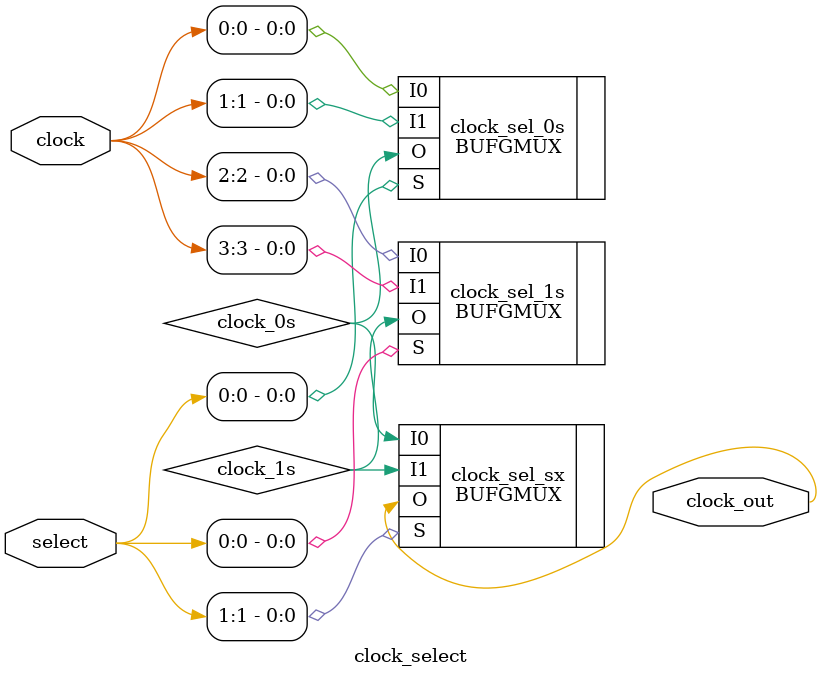
<source format=v>


`ifndef PLLDCM_LIB
`define PLLDCM_LIB

module dummy_dcm_diff_input #(
	parameter MULT_DIV = 10,
	parameter PERIOD = 10.0
) (
	input clock_p, clock_n,
	input reset,
	output clock_out,
	output clock_locked
);
	wire clock_raw1;
	IBUFGDS mybuf_raw1 (.I(clock_p), .IB(clock_n), .O(clock_raw1));
	wire clock_raw2;
	simpledcm_CLKGEN #(.MULTIPLY(MULT_DIV), .DIVIDE(MULT_DIV), .PERIOD(PERIOD)) mydcm (.clockin(clock_raw1), .reset(reset), .clockout(clock_raw2), .clockout180(), .locked(clock_locked));
	BUFG mybuf_raw2 (.I(clock_raw2), .O(clock_out));
endmodule

// can only be used to directly feed a DCM
//simplepll_ADV_2DCM #(.OVERALL_DIVIDE(1), .MULTIPLY(10), .DIVIDE(4), .PERIOD(20.0)) mypll (.clockin(clock50), .reset(reset), .clockout(clock), .locked()); // 50->125
module simplepll_ADV_2DCM #(
	parameter OVERALL_DIVIDE = 1,
	parameter MULTIPLY = 4,
	parameter DIVIDE = 1,
	parameter PERIOD = 10.0,
	parameter COMPENSATION = "PLL2DCM"
) (
	input clockin,
	input reset,
	output clockout,
	output locked
);
	wire fbdcm;
	PLL_ADV #(
		.SIM_DEVICE("SPARTAN6"),
		.BANDWIDTH("OPTIMIZED"), // "high", "low" or "optimized"
		.CLKFBOUT_PHASE(0.0), // phase shift (degrees) of all output clocks
		.CLKIN1_PERIOD(PERIOD), // clock period (ns) of input clock on clkin1
		.CLKIN2_PERIOD(PERIOD), // clock period (ns) of input clock on clkin2
		.DIVCLK_DIVIDE(OVERALL_DIVIDE), // division factor for all clocks (1 to 52)
		.CLKFBOUT_MULT(MULTIPLY), // multiplication factor for all output clocks
		.CLKOUT0_DIVIDE(DIVIDE), // division factor for clkout0 (1 to 128)
		.CLKOUT1_DIVIDE(1), // division factor for clkout1 (1 to 128)
		.CLKOUT2_DIVIDE(1), // division factor for clkout2 (1 to 128)
		.CLKOUT3_DIVIDE(1), // division factor for clkout3 (1 to 128)
		.CLKOUT4_DIVIDE(1), // division factor for clkout4 (1 to 128)
		.CLKOUT5_DIVIDE(1), // division factor for clkout5 (1 to 128)
		.CLKOUT0_PHASE(0.0), // phase shift (degrees) for clkout0 (0.0 to 360.0)
		.CLKOUT1_PHASE(0.0), // phase shift (degrees) for clkout1 (0.0 to 360.0)
		.CLKOUT2_PHASE(0.0), // phase shift (degrees) for clkout2 (0.0 to 360.0)
		.CLKOUT3_PHASE(0.0), // phase shift (degrees) for clkout3 (0.0 to 360.0)
		.CLKOUT4_PHASE(0.0), // phase shift (degrees) for clkout4 (0.0 to 360.0)
		.CLKOUT5_PHASE(0.0), // phase shift (degrees) for clkout5 (0.0 to 360.0)
		.CLKOUT0_DUTY_CYCLE(0.5), // duty cycle for clkout0 (0.01 to 0.99)
		.CLKOUT1_DUTY_CYCLE(0.5), // duty cycle for clkout1 (0.01 to 0.99)
		.CLKOUT2_DUTY_CYCLE(0.5), // duty cycle for clkout2 (0.01 to 0.99)
		.CLKOUT3_DUTY_CYCLE(0.5), // duty cycle for clkout3 (0.01 to 0.99)
		.CLKOUT4_DUTY_CYCLE(0.5), // duty cycle for clkout4 (0.01 to 0.99)
		.CLKOUT5_DUTY_CYCLE(0.5), // duty cycle for clkout5 (0.01 to 0.99)
		.COMPENSATION(COMPENSATION), // "SYSTEM_SYNCHRONOUS", "SOURCE_SYNCHRONOUS", "INTERNAL", "EXTERNAL", "DCM2PLL", "PLL2DCM"
		.REF_JITTER(0.100) // input reference jitter (0.000 to 0.999 ui%)
	) pll_adv_inst (
		.RST(reset), // asynchronous pll reset
		.LOCKED(locked), // active high pll lock signal
		.CLKFBIN(fbdcm), // clock feedback input
		.CLKFBOUT(), // general output feedback signal
		.CLKIN1(clockin), // primary clock input
		.CLKOUT0(),
		.CLKOUT1(), //
		.CLKOUT2(), //
		.CLKOUT3(), // one of six general clock output signals
		.CLKOUT4(), // one of six general clock output signals
		.CLKOUT5(), // one of six general clock output signals
		.CLKFBDCM(fbdcm), // output feedback signal used when pll feeds a dcm
		.CLKOUTDCM0(clockout), // one of six clock outputs to connect to the dcm
		.CLKOUTDCM1(), // one of six clock outputs to connect to the dcm
		.CLKOUTDCM2(), // one of six clock outputs to connect to the dcm
		.CLKOUTDCM3(), // one of six clock outputs to connect to the dcm
		.CLKOUTDCM4(), // one of six clock outputs to connect to the dcm
		.CLKOUTDCM5(), // one of six clock outputs to connect to the dcm
		.DO(), // dynamic reconfig data output (16-bits)
		.DRDY(), // dynamic reconfig ready output
		.CLKIN2(1'b0), // secondary clock input
		.CLKINSEL(1'b1), // selects '1' = clkin1, '0' = clkin2
		.DADDR(5'b00000), // dynamic reconfig address input (5-bits)
		.DCLK(1'b0), // dynamic reconfig clock input
		.DEN(1'b0), // dynamic reconfig enable input
		.DI(16'h0000), // dynamic reconfig data input (16-bits)
		.DWE(1'b0), // dynamic reconfig write enable input
		.REL(1'b0) // used to force the state of the PFD outputs (test only)
	);
endmodule

//simplepll_ADV #(.OVERALL_DIVIDE(1), .MULTIPLY(10), .DIVIDE(4), .PERIOD(20.0)) mypll (.clockin(clock50), .reset(reset), .clockout(clock), .locked()); // 50->125
module simplepll_ADV #(
	parameter OVERALL_DIVIDE = 1,
	parameter MULTIPLY = 4,
	parameter DIVIDE = 1,
	parameter PERIOD = 10.0,
	parameter COMPENSATION = "INTERNAL"
) (
	input clockin,
	input reset,
	output clockout,
	output locked
);
	wire fb;
	PLL_ADV #(
		.SIM_DEVICE("SPARTAN6"),
		.BANDWIDTH("OPTIMIZED"), // "high", "low" or "optimized"
		.CLKFBOUT_PHASE(0.0), // phase shift (degrees) of all output clocks
		.CLKIN1_PERIOD(PERIOD), // clock period (ns) of input clock on clkin1
		.CLKIN2_PERIOD(PERIOD), // clock period (ns) of input clock on clkin2
		.DIVCLK_DIVIDE(OVERALL_DIVIDE), // division factor for all clocks (1 to 52)
		.CLKFBOUT_MULT(MULTIPLY), // multiplication factor for all output clocks
		.CLKOUT0_DIVIDE(DIVIDE), // division factor for clkout0 (1 to 128)
		.CLKOUT1_DIVIDE(1), // division factor for clkout1 (1 to 128)
		.CLKOUT2_DIVIDE(1), // division factor for clkout2 (1 to 128)
		.CLKOUT3_DIVIDE(1), // division factor for clkout3 (1 to 128)
		.CLKOUT4_DIVIDE(1), // division factor for clkout4 (1 to 128)
		.CLKOUT5_DIVIDE(1), // division factor for clkout5 (1 to 128)
		.CLKOUT0_PHASE(0.0), // phase shift (degrees) for clkout0 (0.0 to 360.0)
		.CLKOUT1_PHASE(0.0), // phase shift (degrees) for clkout1 (0.0 to 360.0)
		.CLKOUT2_PHASE(0.0), // phase shift (degrees) for clkout2 (0.0 to 360.0)
		.CLKOUT3_PHASE(0.0), // phase shift (degrees) for clkout3 (0.0 to 360.0)
		.CLKOUT4_PHASE(0.0), // phase shift (degrees) for clkout4 (0.0 to 360.0)
		.CLKOUT5_PHASE(0.0), // phase shift (degrees) for clkout5 (0.0 to 360.0)
		.CLKOUT0_DUTY_CYCLE(0.5), // duty cycle for clkout0 (0.01 to 0.99)
		.CLKOUT1_DUTY_CYCLE(0.5), // duty cycle for clkout1 (0.01 to 0.99)
		.CLKOUT2_DUTY_CYCLE(0.5), // duty cycle for clkout2 (0.01 to 0.99)
		.CLKOUT3_DUTY_CYCLE(0.5), // duty cycle for clkout3 (0.01 to 0.99)
		.CLKOUT4_DUTY_CYCLE(0.5), // duty cycle for clkout4 (0.01 to 0.99)
		.CLKOUT5_DUTY_CYCLE(0.5), // duty cycle for clkout5 (0.01 to 0.99)
		.COMPENSATION(COMPENSATION), // "SYSTEM_SYNCHRONOUS", "SOURCE_SYNCHRONOUS", "INTERNAL", "EXTERNAL", "DCM2PLL", "PLL2DCM"
		.REF_JITTER(0.100) // input reference jitter (0.000 to 0.999 ui%)
	) pll_adv_inst (
		.RST(reset), // asynchronous pll reset
		.LOCKED(locked), // active high pll lock signal
		.CLKFBIN(fb), // clock feedback input
		.CLKFBOUT(fb), // general output feedback signal
		.CLKIN1(clockin), // primary clock input
		.CLKOUT0(clockout),
		.CLKOUT1(), //
		.CLKOUT2(), //
		.CLKOUT3(), // one of six general clock output signals
		.CLKOUT4(), // one of six general clock output signals
		.CLKOUT5(), // one of six general clock output signals
		.CLKFBDCM(), // output feedback signal used when pll feeds a dcm
		.CLKOUTDCM0(), // one of six clock outputs to connect to the dcm
		.CLKOUTDCM1(), // one of six clock outputs to connect to the dcm
		.CLKOUTDCM2(), // one of six clock outputs to connect to the dcm
		.CLKOUTDCM3(), // one of six clock outputs to connect to the dcm
		.CLKOUTDCM4(), // one of six clock outputs to connect to the dcm
		.CLKOUTDCM5(), // one of six clock outputs to connect to the dcm
		.DO(), // dynamic reconfig data output (16-bits)
		.DRDY(), // dynamic reconfig ready output
		.CLKIN2(1'b0), // secondary clock input
		.CLKINSEL(1'b1), // selects '1' = clkin1, '0' = clkin2
		.DADDR(5'b00000), // dynamic reconfig address input (5-bits)
		.DCLK(1'b0), // dynamic reconfig clock input
		.DEN(1'b0), // dynamic reconfig enable input
		.DI(16'h0000), // dynamic reconfig data input (16-bits)
		.DWE(1'b0), // dynamic reconfig write enable input
		.REL(1'b0) // used to force the state of the PFD outputs (test only)
	);
endmodule

//wire rawclock125;
//simplepll_BASE #(.OVERALL_DIVIDE(1), .MULTIPLY(10), .DIVIDE0(4), .PHASE0(0.0), .PERIOD(20.0)) other (.clockin(clock50), .reset(reset), .clock0out(rawclock125), .locked(other_pll_locked)); // 50->125
//wire clock125;
//BUFG mrt (.I(rawclock125), .O(clock125));
// divclk_divide 1 to 52
// mult 1 to 64
// clkout_divide 1 to 128
module simplepll_BASE #(
	parameter
	PERIOD=10.0,
	OVERALL_DIVIDE=1,
	MULTIPLY=4,
	DIVIDE0=1, DIVIDE1=2, DIVIDE2=4, DIVIDE3=8, DIVIDE4=16, DIVIDE5=32,
	PHASE0=0.0, PHASE1=0.0, PHASE2=0.0, PHASE3=0.0, PHASE4=0.0, PHASE5=0.0,
	COMPENSATION="SYSTEM_SYNCHRONOUS"
) (
	input clockin,
	input reset,
	output clock0out,
	output clock1out,
	output clock2out,
	output clock3out,
	output clock4out,
	output clock5out,
	output locked
);
	wire fb;
	PLL_BASE #(
		.BANDWIDTH("OPTIMIZED"), // "HIGH", "LOW" or "OPTIMIZED"
		.CLKFBOUT_MULT(MULTIPLY), // Multiplication factor for all output clocks
		.CLKFBOUT_PHASE(0.0), // Phase shift (degrees) of all output clocks
		.CLKIN_PERIOD(PERIOD), // Clock period (ns) of input clock on CLKIN
		.CLKOUT0_DIVIDE(DIVIDE0), // Division factor for CLKOUT0 (1 to 128)
		.CLKOUT0_DUTY_CYCLE(0.5), // Duty cycle for CLKOUT0 (0.01 to 0.99)
		.CLKOUT0_PHASE(PHASE0), // Phase shift (degrees) for CLKOUT0 (0.0 to 360.0)
		.CLKOUT1_DIVIDE(DIVIDE1), // Division factor for CLKOUT1 (1 to 128)
		.CLKOUT1_DUTY_CYCLE(0.5), // Duty cycle for CLKOUT1 (0.01 to 0.99)
		.CLKOUT1_PHASE(PHASE1), // Phase shift (degrees) for CLKOUT1 (0.0 to 360.0)
		.CLKOUT2_DIVIDE(DIVIDE2), // Division factor for CLKOUT2 (1 to 128)
		.CLKOUT2_DUTY_CYCLE(0.5), // Duty cycle for CLKOUT2 (0.01 to 0.99)
		.CLKOUT2_PHASE(PHASE2), // Phase shift (degrees) for CLKOUT2 (0.0 to 360.0)
		.CLKOUT3_DIVIDE(DIVIDE3), // Division factor for CLKOUT3 (1 to 128)
		.CLKOUT3_DUTY_CYCLE(0.5), // Duty cycle for CLKOUT3 (0.01 to 0.99)
		.CLKOUT3_PHASE(PHASE3), // Phase shift (degrees) for CLKOUT3 (0.0 to 360.0)
		.CLKOUT4_DIVIDE(DIVIDE4), // Division factor for CLKOUT4 (1 to 128)
		.CLKOUT4_DUTY_CYCLE(0.5), // Duty cycle for CLKOUT4 (0.01 to 0.99)
		.CLKOUT4_PHASE(PHASE4), // Phase shift (degrees) for CLKOUT4 (0.0 to 360.0)
		.CLKOUT5_DIVIDE(DIVIDE5), // Division factor for CLKOUT5 (1 to 128)
		.CLKOUT5_DUTY_CYCLE(0.5), // Duty cycle for CLKOUT5 (0.01 to 0.99)
		.CLKOUT5_PHASE(PHASE5), // Phase shift (degrees) for CLKOUT5 (0.0 to 360.0)
		.COMPENSATION(COMPENSATION), // "SYSTEM_SYNCHRONOUS",
		// "SOURCE_SYNCHRONOUS", "INTERNAL", "EXTERNAL",
		// "DCM2PLL", "PLL2DCM"
		.DIVCLK_DIVIDE(OVERALL_DIVIDE), // Division factor for all clocks (1 to 52)
		.REF_JITTER(0.100) // Input reference jitter (0.000 to 0.999 UI%)
	) PLL_BASE_inst (
		.CLKFBOUT(fb), // General output feedback signal
		.CLKOUT0(clock0out), // One of six general clock output signals
		.CLKOUT1(clock1out), // One of six general clock output signals
		.CLKOUT2(clock2out), // One of six general clock output signals
		.CLKOUT3(clock3out), // One of six general clock output signals
		.CLKOUT4(clock4out), // One of six general clock output signals
		.CLKOUT5(clock5out), // One of six general clock output signals
		.LOCKED(locked), // Active high PLL lock signal
		.CLKFBIN(fb), // Clock feedback input
		.CLKIN(clockin), // Clock input
		.RST(reset) // Asynchronous PLL reset
	);
endmodule

//	simpledcm_CLKGEN #(.MULTIPLY(), .DIVIDE(), .PERIOD()) mydcm (.clockin(), .reset(), .clockout(), .clockout180(), .locked());
// clockin: 0.5-375 MHz (ds162.pdf)
// clockout: 5-375 MHz (ds162.pdf)
// MULTIPLY: 2-256
// DIVIDE: 1-256
// clkfxdv_divide:2, 4, 8, 16, 32
module simpledcm_CLKGEN #(parameter MULTIPLY=4, DIVIDE=1, PERIOD="10.0") (
	input clockin,
	input reset,
	output clockout,
	output clockout180,
	output locked
);
	DCM_CLKGEN #(
//		.DFS_OSCILLATOR_MODE("PHASE_FREQ_LOCK"), // "The DCM has the attribute DFS_OSCILLATOR_MODE not set to PHASE_FREQ_LOCK. No phase relationship exists between the input clock and CLKFX or CLKFX180 outputs of this DCM. Data paths between these clock domains must be constrained using FROM/TO constraints" but "Module DCM_CLKGEN does not have a parameter named DFS_OSCILLATOR_MODE"
		.CLKFXDV_DIVIDE(2), // Specifies DIVIDE value for CLKFXDV.
		.CLKFX_DIVIDE(DIVIDE), // This value in conjunction with the input frequency and CLKFX_MULTIPLY
		// value determine the resultant output frequency for the CLKFX and
		// CLKFX180 outputs.
		.CLKFX_MD_MAX(0.0), // When using the DCM_CLKGEN with variable M and D values, this would
		// specify the maximum ratio of M and D used during static timing
		// analysis to ensure proper timing of the DCM output.
		.CLKFX_MULTIPLY(MULTIPLY), // This value in conjunction with the input frequency and CLKFX_DIVIDE
		// value determine the resultant output frequency for the CLKFX and
		// CLKFX180 outputs.
		.CLKIN_PERIOD(PERIOD), // This attribute specifies the source clock period which is used to
		// help the DCM adjust for the optimum CLKFX/CLKFX180 outputs and also
		// result in faster locking time.
		.STARTUP_WAIT("FALSE") // Delays configuration DONE signal until DCM LOCKED signal goes high.
		)
	DCM_CLKGEN_inst (
		.CLKFX(clockout), // 1-bit Generated output clock.
		.CLKFX180(clockout180), // 1-bit Generated output clock 180 degree out of phase from CLKFX.
		.CLKFXDV(), // 1-bit Divided output clock, Divide value derived from CLKFXDV_DIV attribute.
		// There is no phase alignment between CLKFX and CLKFXDV.
		.LOCKED(locked), // 1-bit Synchronous output from the DCM that provides the user with an indication
		// the DCM is ready for operation.
		.PROGDONE(), // 1-bit Active high output to indicate the successful re-programming of an M
		// and/or D value.
		.STATUS(), // 2-bit Clock Status lines.
		.CLKIN(clockin), // 1-bit The source clock (CLKIN) input pin provides the source clock to the DCM.
		// In the case of Free-running oscillator mode, running clock needs to be
		// connected until DCM is locked and DCM is frozen, then clock can be removed. In
		// the other modes, a free running clock needs to be provided and remain.
		.FREEZEDCM(1'b0), // 1-bit Prevents tap adjustment drift in the event of a lost CLKIN input
		.PROGCLK(1'b0), // 1-bit Clock input for M and/or D reconfiguration.
		.PROGDATA(1'b0), // 1-bit Serial data input to supply information for the reprogramming of M and/or
		// D values of the DCM. This input must be applied synchronous to the PROGCLK
		// input.
		.PROGEN(1'b0), // 1-bit Active high enable input for the reprogramming of M/D values. This input
		// must be applied synchronous to the PROGCLK input.
		.RST(reset) // 1-bit Reset pin
	);
endmodule

//	simpledcm_SP #(.MULTIPLY(), .DIVIDE(), .ALT_CLOCKOUT_DIVIDE(), .PERIOD()) mydcm (.clockin(), .reset(), .clockout(), .clockout180(), .alt_clockout(), .locked());
// MULTIPLY: 2-32
// DIVIDE: 1-32
module simpledcm_SP #(
	parameter ALT_CLOCKOUT_DIVIDE=2.0,
	parameter MULTIPLY=4,
	parameter DIVIDE=1,
	parameter PERIOD=10.0,
	parameter CLKIN_DIVIDE_BY_2 = "FALSE"
) (
	input clockin,
	input reset,
	output clockout,
	output clockout180,
	output alt_clockout,
	output locked
);
	wire fb;
//	wire clockfb_in;
//	wire clockfb_out;
//	BUFG mybufg (.I(clockfb_out), .O(clockfb_in));
	DCM_SP #(
		.CLKDV_DIVIDE(ALT_CLOCKOUT_DIVIDE), // Divide by: 1.5,2.0,2.5,3.0,3.5,4.0,4.5,5.0,5.5,6.0,6.5
		// 7.0,7.5,8.0,9.0,10.0,11.0,12.0,13.0,14.0,15.0 or 16.0
		.CLKFX_DIVIDE(DIVIDE), // Can be any integer from 1 to 32
		.CLKFX_MULTIPLY(MULTIPLY), // Can be any integer from 2 to 32
		.CLKIN_DIVIDE_BY_2(CLKIN_DIVIDE_BY_2), // TRUE/FALSE to enable CLKIN divide by two feature
		.CLKIN_PERIOD(PERIOD), // Specify period of input clock
		.CLKOUT_PHASE_SHIFT("NONE"), // Specify phase shift of NONE, FIXED or VARIABLE
		.CLK_FEEDBACK("1X"), // Specify clock feedback of NONE, 1X or 2X
		.DESKEW_ADJUST("SYSTEM_SYNCHRONOUS"), // SOURCE_SYNCHRONOUS, SYSTEM_SYNCHRONOUS or
		// an integer from 0 to 15
		.DLL_FREQUENCY_MODE("LOW"), // HIGH or LOW frequency mode for DLL
		.DUTY_CYCLE_CORRECTION("TRUE"), // Duty cycle correction, TRUE or FALSE
		.PHASE_SHIFT(0), // Amount of fixed phase shift from -255 to 255
		.STARTUP_WAIT("FALSE") // Delay configuration DONE until DCM LOCK, TRUE/FALSE
	) DCM_SP_inst (
		.CLK0(fb), // 0 degree DCM CLK output
		.CLK180(), // 180 degree DCM CLK output
		.CLK270(), // 270 degree DCM CLK output
		.CLK2X(), // 2X DCM CLK output
		.CLK2X180(), // 2X, 180 degree DCM CLK out
		.CLK90(), // 90 degree DCM CLK output
		.CLKDV(alt_clockout), // Divided DCM CLK out (CLKDV_DIVIDE)
		.CLKFX(clockout), // DCM CLK synthesis out (M/D)
		.CLKFX180(clockout180), // 180 degree CLK synthesis out
		.LOCKED(locked), // DCM LOCK status output
		.PSDONE(), // Dynamic phase adjust done output
		.STATUS(), // 8-bit DCM status bits output
		.CLKFB(fb), // DCM clock feedback
		.CLKIN(clockin), // Clock input (from IBUFG, BUFG or DCM)
		.PSCLK(1'b0), // Dynamic phase adjust clock input
		.PSEN(1'b0), // Dynamic phase adjust enable input
		.PSINCDEC(1'b0), // Dynamic phase adjust increment/decrement
		.DSSEN(1'b0), // missing constraint in ug615
		.RST(reset) // DCM asynchronous reset input
	);
endmodule

//plldcm #(.OVERALL_DIVIDE(1), .pllmultiply(10), .plldivide(1), .pllperiod(20.0), .dcmmultiply(2), .dcmdivide(8), .dcmperiod(2.0)) kronos (.clockin(clock50), .reset(reset), .clockout(clock), .clockout180(), .locked()); // 50->125
module plldcm #(parameter OVERALL_DIVIDE=1, PLLMULTIPLY=1, PLLDIVIDE=1, PLLPERIOD=10.0, DCMMULTIPLY=1, DCMDIVIDE=1, DCMPERIOD="10.0") (
	input clockin,
	input reset,
	output clockout,
	output clockout180,
	output locked
);
	wire clockintermediate;
	wire dcmlocked;
	wire plllocked;
	assign locked = dcmlocked & plllocked;
	simplepll_ADV_2DCM #(.OVERALL_DIVIDE(OVERALL_DIVIDE), .MULTIPLY(PLLMULTIPLY), .DIVIDE(PLLDIVIDE), .PERIOD(PLLPERIOD), .COMPENSATION("PLL2DCM")) mypll (
	//simplepll_ADV #(.OVERALL_DIVIDE(OVERALL_DIVIDE), .MULTIPLY(PLLMULTIPLY), .DIVIDE(PLLDIVIDE), .PERIOD(PLLPERIOD), .COMPENSATION("DCM2PLL")) mypll (
		.clockin(clockin),
		.reset(reset),
		.clockout(clockintermediate),
		.locked(plllocked));
	simpledcm_SP #(.MULTIPLY(DCMMULTIPLY), .DIVIDE(DCMDIVIDE), .PERIOD(DCMPERIOD)) mydcm (
		.clockin(clockintermediate),
		.reset(reset),
		.clockout(clockout),
		.clockout180(clockout180),
		.locked(dcmlocked));
endmodule

module clock_select #(
	parameter N = 4,
	parameter log2_N = $clog2(N)
) (
	input [N-1:0] clock,
	input [log2_N-1:0] select,
	output clock_out
);
	wire clock_0s;
	wire clock_1s;
	BUFGMUX #(.CLK_SEL_TYPE("SYNC")) clock_sel_0s (.I0(clock[0]), .I1(clock[1]), .S(select[0]), .O(clock_0s));
	BUFGMUX #(.CLK_SEL_TYPE("SYNC")) clock_sel_1s (.I0(clock[2]), .I1(clock[3]), .S(select[0]), .O(clock_1s));
	BUFGMUX #(.CLK_SEL_TYPE("SYNC")) clock_sel_sx (.I0(clock_0s), .I1(clock_1s), .S(select[1]), .O(clock_out));
endmodule

`endif


</source>
